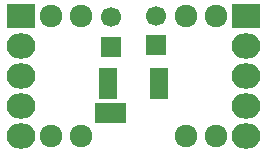
<source format=gts>
G04 #@! TF.FileFunction,Soldermask,Top*
%FSLAX46Y46*%
G04 Gerber Fmt 4.6, Leading zero omitted, Abs format (unit mm)*
G04 Created by KiCad (PCBNEW 4.0.2-stable) date Monday, April 10, 2017 'pmt' 04:49:55 pm*
%MOMM*%
G01*
G04 APERTURE LIST*
%ADD10C,0.100000*%
%ADD11R,1.700000X1.700000*%
%ADD12C,1.700000*%
%ADD13R,1.365200X1.670000*%
%ADD14R,2.432000X2.127200*%
%ADD15O,2.432000X2.127200*%
%ADD16C,1.924000*%
%ADD17R,1.500000X0.800000*%
G04 APERTURE END LIST*
D10*
D11*
X147320000Y-102957000D03*
D12*
X147320000Y-100457000D03*
D11*
X151130000Y-102830000D03*
D12*
X151130000Y-100330000D03*
D13*
X146685000Y-108585000D03*
X147955000Y-108585000D03*
D14*
X139700000Y-100330000D03*
D15*
X139700000Y-102870000D03*
X139700000Y-105410000D03*
X139700000Y-107950000D03*
X139700000Y-110490000D03*
D16*
X142240000Y-110490000D03*
X142240000Y-100330000D03*
X144780000Y-110490000D03*
X144780000Y-100330000D03*
X156210000Y-110490000D03*
X156210000Y-100330000D03*
X153670000Y-110490000D03*
X153670000Y-100330000D03*
D17*
X147075000Y-105070000D03*
X147075000Y-105720000D03*
X147075000Y-106370000D03*
X147075000Y-107020000D03*
X151375000Y-107020000D03*
X151375000Y-106370000D03*
X151375000Y-105720000D03*
X151375000Y-105070000D03*
D14*
X158750000Y-100330000D03*
D15*
X158750000Y-102870000D03*
X158750000Y-105410000D03*
X158750000Y-107950000D03*
X158750000Y-110490000D03*
M02*

</source>
